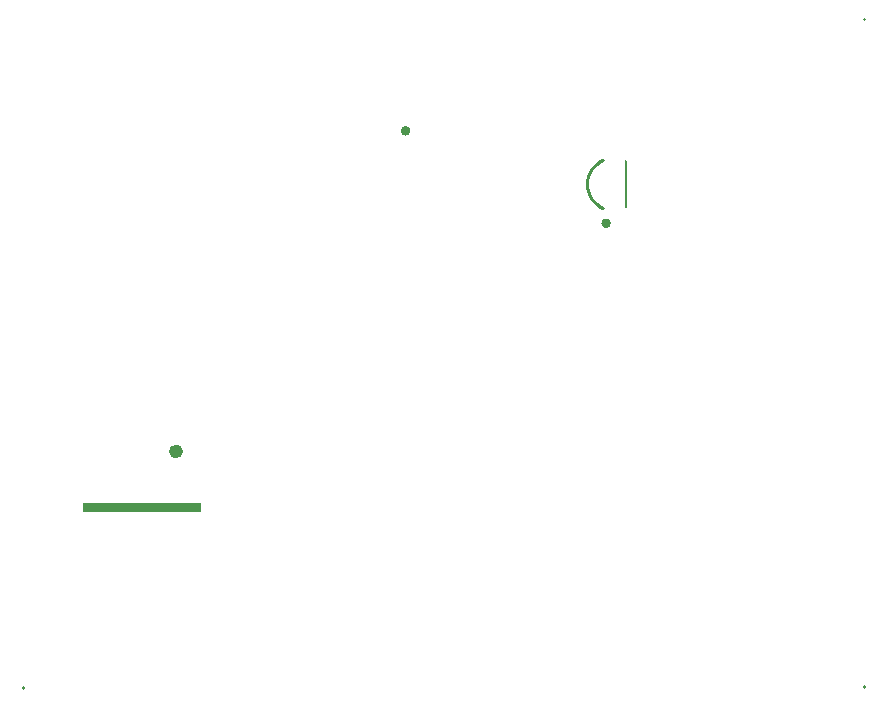
<source format=gbr>
G04*
G04 #@! TF.GenerationSoftware,Altium Limited,Altium Designer,22.4.2 (48)*
G04*
G04 Layer_Color=32768*
%FSLAX25Y25*%
%MOIN*%
G70*
G04*
G04 #@! TF.SameCoordinates,05EB306F-8607-470A-85BC-A44C10D5EEA8*
G04*
G04*
G04 #@! TF.FilePolarity,Positive*
G04*
G01*
G75*
%ADD10C,0.01000*%
%ADD12C,0.02362*%
%ADD13C,0.01575*%
G36*
X62005Y60994D02*
Y64301D01*
X22438D01*
Y60994D01*
X62005D01*
D02*
G37*
G36*
X196161Y177912D02*
X195462Y177548D01*
X194184Y176630D01*
X193101Y175488D01*
X192253Y174161D01*
X191670Y172699D01*
X191374Y171153D01*
Y169579D01*
X191670Y168033D01*
X192253Y166571D01*
X193101Y165245D01*
X194184Y164102D01*
X195462Y163184D01*
X196161Y162820D01*
X196352Y162735D01*
X196499Y162343D01*
X196324Y161964D01*
X195930Y161822D01*
X195742Y161912D01*
X194938Y162284D01*
X193499Y163317D01*
X192280Y164603D01*
X191326Y166095D01*
X190670Y167741D01*
X190337Y169481D01*
Y171252D01*
X190670Y172992D01*
X191326Y174637D01*
X192280Y176129D01*
X193499Y177415D01*
X194938Y178448D01*
X195742Y178820D01*
X195930Y178910D01*
X196324Y178769D01*
X196499Y178389D01*
X196352Y177998D01*
X196161Y177912D01*
Y177912D01*
D01*
X196161Y177912D01*
D02*
G37*
G36*
X203236Y162505D02*
Y178320D01*
X204069Y178135D01*
X204051Y162617D01*
X203236Y162505D01*
D02*
G37*
D10*
X282880Y225435D02*
X283081Y225636D01*
X282826Y2837D02*
X283081Y3091D01*
X2479Y2582D02*
X2734Y2837D01*
D12*
X54765Y81324D02*
G03*
X54765Y81324I-1181J0D01*
G01*
D13*
X130950Y188182D02*
G03*
X130950Y188182I-787J0D01*
G01*
X197738Y157366D02*
G03*
X197738Y157366I-787J0D01*
G01*
M02*

</source>
